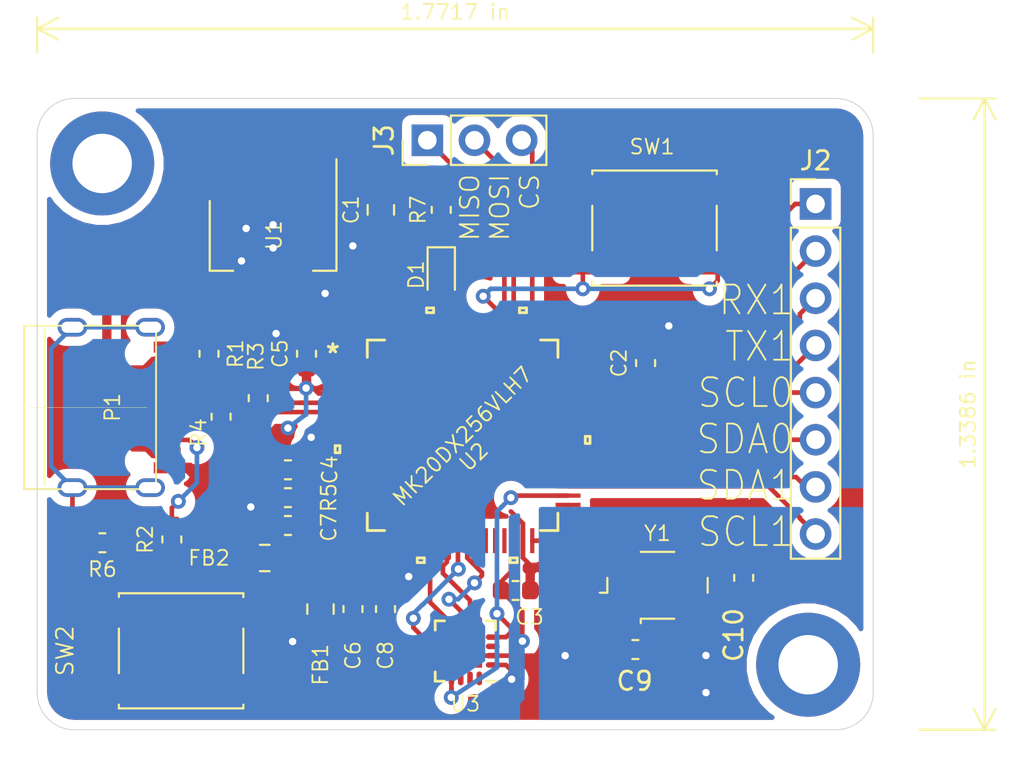
<source format=kicad_pcb>
(kicad_pcb (version 20171130) (host pcbnew "(5.1.2-1)-1")
  (layers (0 F.Cu signal) (31 B.Cu signal) (34 B.Paste user) (35 F.Paste user) (36 B.SilkS user) (37 F.SilkS user) (38 B.Mask user) (39 F.Mask user) (44 Edge.Cuts user))
  (net 0 "")
  (net 1 +3V3)
  (net 2 GND)
  (net 3 "Net-(C6-Pad2)")
  (net 4 "Net-(C6-Pad1)")
  (net 5 "Net-(C7-Pad1)")
  (net 6 "Net-(C8-Pad2)")
  (net 7 "Net-(D1-Pad1)")
  (net 8 VBUS)
  (net 9 "Net-(P1-PadS1)")
  (net 10 "Net-(SW2-Pad1)")
  (net 11 RESET_B)
  (net 12 "Net-(U2-Pad25)")
  (net 13 "Net-(U2-Pad24)")
  (net 14 "Net-(U2-Pad23)")
  (net 15 "Net-(U2-Pad22)")
  (net 16 "Net-(C9-Pad1)")
  (net 17 "Net-(C10-Pad1)")
  (net 18 /D16)
  (net 19 /D17)
  (net 20 /D19)
  (net 21 /D18)
  (net 22 /D0)
  (net 23 /D1)
  (net 24 /D32)
  (net 25 /D25)
  (net 26 /D10)
  (net 27 /D11)
  (net 28 /D12)
  (net 29 /D-)
  (net 30 /D+)
  (net 31 /DM)
  (net 32 /DP)
  (net 33 /D7)
  (net 34 /D28)
  (net 35 /CC1)
  (net 36 /CC2)
  (module USB-C-Power-tester:TYPE-C-31-M-12 (layer F.Cu) (at 17.5 52.5 270)
    (fp_text reference P1 (at 0 -2.15 90) (layer F.SilkS) (effects (font (size 0.8 0.8) (thickness 0.1))))
    (fp_text value USB_C_Plug_USB2.0)
    (pad "" np_thru_hole circle (at 2.9 -3.65 270) (size 0.65 0.65) (drill 0.65) (layers *.Cu *.Mask) (clearance 0.01))
    (pad "" np_thru_hole circle (at -2.9 -3.65 270) (size 0.65 0.65) (drill 0.65) (layers *.Cu *.Mask) (clearance 0.01))
    (pad A1 smd rect (at -3.4 -5.1 270) (size 0.3 1.45) (layers F.Cu F.Paste F.Mask) (net 2 GND))
    (pad A4 smd rect (at -2.6 -5.1 270) (size 0.3 1.45) (layers F.Cu F.Paste F.Mask) (net 8 VBUS))
    (pad B8 smd rect (at -1.75 -5.1 270) (size 0.3 1.45) (layers F.Cu F.Paste F.Mask))
    (pad S1 thru_hole roundrect (at -4.32 0 270) (size 1 1.6) (drill oval 0.6 1.2) (layers *.Cu *.Mask) (roundrect_rratio 0.5) (net 9 "Net-(P1-PadS1)"))
    (pad S1 thru_hole roundrect (at 4.32 0 270) (size 1 1.6) (drill oval 0.6 1.2) (layers *.Cu *.Mask) (roundrect_rratio 0.5) (net 9 "Net-(P1-PadS1)"))
    (pad S1 thru_hole roundrect (at 4.32 -4.18 270) (size 1 1.6) (drill oval 0.6 1.2) (layers *.Cu *.Mask) (roundrect_rratio 0.5) (net 9 "Net-(P1-PadS1)"))
    (pad S1 thru_hole roundrect (at -4.32 -4.18 270) (size 1 1.6) (drill oval 0.6 1.2) (layers *.Cu *.Mask) (roundrect_rratio 0.5) (net 9 "Net-(P1-PadS1)"))
    (pad B12 smd rect (at -3.1 -5.1 270) (size 0.3 1.45) (layers F.Cu F.Paste F.Mask) (net 2 GND))
    (pad B9 smd rect (at -2.3 -5.1 270) (size 0.3 1.45) (layers F.Cu F.Paste F.Mask) (net 8 VBUS))
    (pad A5 smd rect (at -1.25 -5.1 270) (size 0.3 1.45) (layers F.Cu F.Paste F.Mask) (net 35 /CC1))
    (pad B5 smd rect (at 1.75 -5.1 270) (size 0.3 1.45) (layers F.Cu F.Paste F.Mask) (net 36 /CC2))
    (pad A9 smd rect (at 2.6 -5.1 270) (size 0.3 1.45) (layers F.Cu F.Paste F.Mask) (net 8 VBUS))
    (pad A12 smd rect (at 3.4 -5.1 270) (size 0.3 1.45) (layers F.Cu F.Paste F.Mask) (net 2 GND))
    (pad B1 smd rect (at 3.1 -5.1 270) (size 0.3 1.45) (layers F.Cu F.Paste F.Mask) (net 2 GND))
    (pad B4 smd rect (at 2.3 -5.1 270) (size 0.3 1.45) (layers F.Cu F.Paste F.Mask) (net 8 VBUS))
    (pad A8 smd rect (at 1.25 -5.1 270) (size 0.3 1.45) (layers F.Cu F.Paste F.Mask))
    (pad B6 smd rect (at 0.75 -5.1 270) (size 0.3 1.45) (layers F.Cu F.Paste F.Mask) (net 30 /D+))
    (pad A7 smd rect (at 0.25 -5.1 270) (size 0.3 1.45) (layers F.Cu F.Paste F.Mask) (net 29 /D-))
    (pad A6 smd rect (at -0.25 -5.1 270) (size 0.3 1.45) (layers F.Cu F.Paste F.Mask) (net 30 /D+))
    (pad B7 smd rect (at -0.75 -5.1 270) (size 0.3 1.45) (layers F.Cu F.Paste F.Mask) (net 29 /D-))
  )
  (module MountingHole:MountingHole_3.2mm_M3_DIN965_Pad (layer F.Cu) (at 57.1 66.36)
    (fp_text reference H2 hide)
    (fp_text value MountingHole)
    (pad 1 thru_hole circle (at 0 0) (size 5.6 5.6) (drill 3.2) (layers *.Cu *.Mask))
  )
  (module MountingHole:MountingHole_3.2mm_M3_DIN965_Pad (layer F.Cu) (at 19.1 39.36)
    (fp_text reference H1 hide)
    (fp_text value MountingHole)
    (pad 1 thru_hole circle (at 0 0) (size 5.6 5.6) (drill 3.2) (layers *.Cu *.Mask))
  )
  (module footprints:MK20DX256VLH7 (layer F.Cu) (at 38.5 54)
    (fp_text reference U2 (at 0.6 1.16 45) (layer F.SilkS) (effects (font (size 0.8 0.8) (thickness 0.1))))
    (fp_text value MK20DX256VLH7 (at 0 0.06 45) (layer F.SilkS) (effects (font (size 0.8 0.8) (thickness 0.1))))
    (fp_text user * (at -6.985 -4.381) (layer F.SilkS))
    (fp_text user * (at -6.985 -4.381) (layer F.SilkS))
    (fp_text user * (at -6.985 -4.381) (layer F.SilkS))
    (pad 64 smd rect (at -3.75 -5.6769) (size 0.2286 1.3462) (layers F.Cu F.Paste F.Mask))
    (pad 63 smd rect (at -3.250001 -5.6769) (size 0.2286 1.3462) (layers F.Cu F.Paste F.Mask))
    (pad 62 smd rect (at -2.75 -5.6769) (size 0.2286 1.3462) (layers F.Cu F.Paste F.Mask))
    (pad 61 smd rect (at -2.250001 -5.6769) (size 0.2286 1.3462) (layers F.Cu F.Paste F.Mask))
    (pad 60 smd rect (at -1.749999 -5.6769) (size 0.2286 1.3462) (layers F.Cu F.Paste F.Mask))
    (pad 59 smd rect (at -1.25 -5.6769) (size 0.2286 1.3462) (layers F.Cu F.Paste F.Mask) (net 33 /D7))
    (pad 58 smd rect (at -0.750001 -5.6769) (size 0.2286 1.3462) (layers F.Cu F.Paste F.Mask))
    (pad 57 smd rect (at -0.25 -5.6769) (size 0.2286 1.3462) (layers F.Cu F.Paste F.Mask))
    (pad 56 smd rect (at 0.25 -5.6769) (size 0.2286 1.3462) (layers F.Cu F.Paste F.Mask))
    (pad 55 smd rect (at 0.750001 -5.6769) (size 0.2286 1.3462) (layers F.Cu F.Paste F.Mask))
    (pad 54 smd rect (at 1.25 -5.6769) (size 0.2286 1.3462) (layers F.Cu F.Paste F.Mask))
    (pad 53 smd rect (at 1.749999 -5.6769) (size 0.2286 1.3462) (layers F.Cu F.Paste F.Mask) (net 34 /D28))
    (pad 52 smd rect (at 2.250001 -5.6769) (size 0.2286 1.3462) (layers F.Cu F.Paste F.Mask) (net 28 /D12))
    (pad 51 smd rect (at 2.75 -5.6769) (size 0.2286 1.3462) (layers F.Cu F.Paste F.Mask) (net 27 /D11))
    (pad 50 smd rect (at 3.250001 -5.6769) (size 0.2286 1.3462) (layers F.Cu F.Paste F.Mask))
    (pad 49 smd rect (at 3.75 -5.6769) (size 0.2286 1.3462) (layers F.Cu F.Paste F.Mask) (net 26 /D10))
    (pad 48 smd rect (at 5.6769 -3.75 90) (size 0.2286 1.3462) (layers F.Cu F.Paste F.Mask) (net 1 +3V3))
    (pad 47 smd rect (at 5.6769 -3.250001 90) (size 0.2286 1.3462) (layers F.Cu F.Paste F.Mask) (net 2 GND))
    (pad 46 smd rect (at 5.6769 -2.75 90) (size 0.2286 1.3462) (layers F.Cu F.Paste F.Mask))
    (pad 45 smd rect (at 5.6769 -2.250001 90) (size 0.2286 1.3462) (layers F.Cu F.Paste F.Mask))
    (pad 44 smd rect (at 5.6769 -1.749999 90) (size 0.2286 1.3462) (layers F.Cu F.Paste F.Mask))
    (pad 43 smd rect (at 5.6769 -1.25 90) (size 0.2286 1.3462) (layers F.Cu F.Paste F.Mask))
    (pad 42 smd rect (at 5.6769 -0.750001 90) (size 0.2286 1.3462) (layers F.Cu F.Paste F.Mask) (net 25 /D25))
    (pad 41 smd rect (at 5.6769 -0.25 90) (size 0.2286 1.3462) (layers F.Cu F.Paste F.Mask) (net 24 /D32))
    (pad 40 smd rect (at 5.6769 0.25 90) (size 0.2286 1.3462) (layers F.Cu F.Paste F.Mask) (net 23 /D1))
    (pad 39 smd rect (at 5.6769 0.750001 90) (size 0.2286 1.3462) (layers F.Cu F.Paste F.Mask) (net 22 /D0))
    (pad 38 smd rect (at 5.6769 1.25 90) (size 0.2286 1.3462) (layers F.Cu F.Paste F.Mask) (net 21 /D18))
    (pad 37 smd rect (at 5.6769 1.749999 90) (size 0.2286 1.3462) (layers F.Cu F.Paste F.Mask) (net 20 /D19))
    (pad 36 smd rect (at 5.6769 2.250001 90) (size 0.2286 1.3462) (layers F.Cu F.Paste F.Mask) (net 19 /D17))
    (pad 35 smd rect (at 5.6769 2.75 90) (size 0.2286 1.3462) (layers F.Cu F.Paste F.Mask) (net 18 /D16))
    (pad 34 smd rect (at 5.6769 3.250001 90) (size 0.2286 1.3462) (layers F.Cu F.Paste F.Mask) (net 11 RESET_B))
    (pad 33 smd rect (at 5.6769 3.75 90) (size 0.2286 1.3462) (layers F.Cu F.Paste F.Mask) (net 17 "Net-(C10-Pad1)"))
    (pad 32 smd rect (at 3.75 5.6769) (size 0.2286 1.3462) (layers F.Cu F.Paste F.Mask) (net 16 "Net-(C9-Pad1)"))
    (pad 31 smd rect (at 3.250001 5.6769) (size 0.2286 1.3462) (layers F.Cu F.Paste F.Mask) (net 2 GND))
    (pad 30 smd rect (at 2.75 5.6769) (size 0.2286 1.3462) (layers F.Cu F.Paste F.Mask) (net 1 +3V3))
    (pad 29 smd rect (at 2.250001 5.6769) (size 0.2286 1.3462) (layers F.Cu F.Paste F.Mask))
    (pad 28 smd rect (at 1.749999 5.6769) (size 0.2286 1.3462) (layers F.Cu F.Paste F.Mask))
    (pad 27 smd rect (at 1.25 5.6769) (size 0.2286 1.3462) (layers F.Cu F.Paste F.Mask))
    (pad 26 smd rect (at 0.750001 5.6769) (size 0.2286 1.3462) (layers F.Cu F.Paste F.Mask))
    (pad 25 smd rect (at 0.25 5.6769) (size 0.2286 1.3462) (layers F.Cu F.Paste F.Mask) (net 12 "Net-(U2-Pad25)"))
    (pad 24 smd rect (at -0.25 5.6769) (size 0.2286 1.3462) (layers F.Cu F.Paste F.Mask) (net 13 "Net-(U2-Pad24)"))
    (pad 23 smd rect (at -0.750001 5.6769) (size 0.2286 1.3462) (layers F.Cu F.Paste F.Mask) (net 14 "Net-(U2-Pad23)"))
    (pad 22 smd rect (at -1.25 5.6769) (size 0.2286 1.3462) (layers F.Cu F.Paste F.Mask) (net 15 "Net-(U2-Pad22)"))
    (pad 21 smd rect (at -1.749999 5.6769) (size 0.2286 1.3462) (layers F.Cu F.Paste F.Mask) (net 1 +3V3))
    (pad 20 smd rect (at -2.250001 5.6769) (size 0.2286 1.3462) (layers F.Cu F.Paste F.Mask))
    (pad 19 smd rect (at -2.75 5.6769) (size 0.2286 1.3462) (layers F.Cu F.Paste F.Mask))
    (pad 18 smd rect (at -3.250001 5.6769) (size 0.2286 1.3462) (layers F.Cu F.Paste F.Mask))
    (pad 17 smd rect (at -3.75 5.6769) (size 0.2286 1.3462) (layers F.Cu F.Paste F.Mask) (net 6 "Net-(C8-Pad2)"))
    (pad 16 smd rect (at -5.6769 3.75 90) (size 0.2286 1.3462) (layers F.Cu F.Paste F.Mask) (net 3 "Net-(C6-Pad2)"))
    (pad 15 smd rect (at -5.6769 3.250001 90) (size 0.2286 1.3462) (layers F.Cu F.Paste F.Mask) (net 3 "Net-(C6-Pad2)"))
    (pad 14 smd rect (at -5.6769 2.75 90) (size 0.2286 1.3462) (layers F.Cu F.Paste F.Mask) (net 5 "Net-(C7-Pad1)"))
    (pad 13 smd rect (at -5.6769 2.250001 90) (size 0.2286 1.3462) (layers F.Cu F.Paste F.Mask) (net 1 +3V3))
    (pad 12 smd rect (at -5.6769 1.749999 90) (size 0.2286 1.3462) (layers F.Cu F.Paste F.Mask))
    (pad 11 smd rect (at -5.6769 1.25 90) (size 0.2286 1.3462) (layers F.Cu F.Paste F.Mask))
    (pad 10 smd rect (at -5.6769 0.750001 90) (size 0.2286 1.3462) (layers F.Cu F.Paste F.Mask))
    (pad 9 smd rect (at -5.6769 0.25 90) (size 0.2286 1.3462) (layers F.Cu F.Paste F.Mask))
    (pad 8 smd rect (at -5.6769 -0.25 90) (size 0.2286 1.3462) (layers F.Cu F.Paste F.Mask) (net 1 +3V3))
    (pad 7 smd rect (at -5.6769 -0.750001 90) (size 0.2286 1.3462) (layers F.Cu F.Paste F.Mask) (net 1 +3V3))
    (pad 6 smd rect (at -5.6769 -1.25 90) (size 0.2286 1.3462) (layers F.Cu F.Paste F.Mask) (net 31 /DM))
    (pad 5 smd rect (at -5.6769 -1.749999 90) (size 0.2286 1.3462) (layers F.Cu F.Paste F.Mask) (net 32 /DP))
    (pad 4 smd rect (at -5.6769 -2.250001 90) (size 0.2286 1.3462) (layers F.Cu F.Paste F.Mask) (net 2 GND))
    (pad 3 smd rect (at -5.6769 -2.75 90) (size 0.2286 1.3462) (layers F.Cu F.Paste F.Mask) (net 1 +3V3))
    (pad 2 smd rect (at -5.6769 -3.250001 90) (size 0.2286 1.3462) (layers F.Cu F.Paste F.Mask))
    (pad 1 smd rect (at -5.6769 -3.75 90) (size 0.2286 1.3462) (layers F.Cu F.Paste F.Mask))
  )
  (module Connector_PinHeader_2.54mm:PinHeader_1x03_P2.54mm_Vertical (layer F.Cu) (at 36.6 38.11 90)
    (fp_text reference J3 (at 0 -2.33 90) (layer F.SilkS))
    (fp_text value Conn_01x03_Female)
    (pad 3 thru_hole oval (at 0 5.08 90) (size 1.7 1.7) (drill 1) (layers *.Cu *.Mask) (net 26 /D10))
    (pad 2 thru_hole oval (at 0 2.54 90) (size 1.7 1.7) (drill 1) (layers *.Cu *.Mask) (net 27 /D11))
    (pad 1 thru_hole rect (at 0 0 90) (size 1.7 1.7) (drill 1) (layers *.Cu *.Mask) (net 28 /D12))
  )
  (module Connector_PinHeader_2.54mm:PinHeader_1x08_P2.54mm_Vertical (layer F.Cu) (at 57.5 41.54)
    (fp_text reference J2 (at 0 -2.33) (layer F.SilkS))
    (fp_text value Conn_01x08_Female)
    (pad 8 thru_hole oval (at 0 17.78) (size 1.7 1.7) (drill 1) (layers *.Cu *.Mask) (net 18 /D16))
    (pad 7 thru_hole oval (at 0 15.24) (size 1.7 1.7) (drill 1) (layers *.Cu *.Mask) (net 19 /D17))
    (pad 6 thru_hole oval (at 0 12.7) (size 1.7 1.7) (drill 1) (layers *.Cu *.Mask) (net 20 /D19))
    (pad 5 thru_hole oval (at 0 10.16) (size 1.7 1.7) (drill 1) (layers *.Cu *.Mask) (net 21 /D18))
    (pad 4 thru_hole oval (at 0 7.62) (size 1.7 1.7) (drill 1) (layers *.Cu *.Mask) (net 22 /D0))
    (pad 3 thru_hole oval (at 0 5.08) (size 1.7 1.7) (drill 1) (layers *.Cu *.Mask) (net 23 /D1))
    (pad 2 thru_hole oval (at 0 2.54) (size 1.7 1.7) (drill 1) (layers *.Cu *.Mask) (net 24 /D32))
    (pad 1 thru_hole rect (at 0 0) (size 1.7 1.7) (drill 1) (layers *.Cu *.Mask) (net 25 /D25))
  )
  (module Capacitor_SMD:C_0603_1608Metric (layer F.Cu) (at 53.63 61.68 270)
    (fp_text reference C10 (at 3.08 0.54 90) (layer F.SilkS))
    (fp_text value 10pF)
    (pad 2 smd roundrect (at 0.7875 0 270) (size 0.875 0.95) (layers F.Cu F.Paste F.Mask) (net 2 GND))
    (pad 1 smd roundrect (at -0.7875 0 270) (size 0.875 0.95) (layers F.Cu F.Paste F.Mask) (net 17 "Net-(C10-Pad1)"))
  )
  (module Capacitor_SMD:C_0603_1608Metric (layer F.Cu) (at 47.8 65.54)
    (fp_text reference C9 (at -0.04 1.7) (layer F.SilkS))
    (fp_text value 10pF)
    (pad 2 smd roundrect (at 0.7875 0) (size 0.875 0.95) (layers F.Cu F.Paste F.Mask) (net 2 GND))
    (pad 1 smd roundrect (at -0.7875 0) (size 0.875 0.95) (layers F.Cu F.Paste F.Mask) (net 16 "Net-(C9-Pad1)"))
  )
  (module Crystal:Crystal_SMD_Abracon_ABM3B-4Pin_5.0x3.2mm (layer F.Cu) (at 48.99 62.08)
    (fp_text reference Y1 (at 0 -2.8) (layer F.SilkS) (effects (font (size 0.8 0.8) (thickness 0.1))))
    (fp_text value Crystal_GND24)
    (pad 4 smd rect (at -2 -1.2) (size 1.8 1.2) (layers F.Cu F.Paste F.Mask) (net 2 GND))
    (pad 3 smd rect (at 2 -1.2) (size 1.8 1.2) (layers F.Cu F.Paste F.Mask) (net 17 "Net-(C10-Pad1)"))
    (pad 2 smd rect (at 2 1.2) (size 1.8 1.2) (layers F.Cu F.Paste F.Mask) (net 2 GND))
    (pad 1 smd rect (at -2 1.2) (size 1.8 1.2) (layers F.Cu F.Paste F.Mask) (net 16 "Net-(C9-Pad1)"))
  )
  (module Package_DFN_QFN:QFN-16-1EP_3x3mm_P0.5mm_EP1.8x1.8mm (layer F.Cu) (at 38.65 65.62 180)
    (fp_text reference U3 (at 0 -2.85) (layer F.SilkS) (effects (font (size 0.8 0.8) (thickness 0.1))))
    (fp_text value MKL02Z32VFG4)
    (pad 17 smd rect (at 0 0 180) (size 1.8 1.8) (layers F.Cu F.Mask) (net 2 GND))
    (pad 16 smd oval (at -0.75 -1.475 270) (size 0.75 0.3) (layers F.Cu F.Paste F.Mask))
    (pad 15 smd oval (at -0.25 -1.475 270) (size 0.75 0.3) (layers F.Cu F.Paste F.Mask))
    (pad 14 smd oval (at 0.25 -1.475 270) (size 0.75 0.3) (layers F.Cu F.Paste F.Mask))
    (pad 13 smd oval (at 0.75 -1.475 270) (size 0.75 0.3) (layers F.Cu F.Paste F.Mask) (net 11 RESET_B))
    (pad 12 smd oval (at 1.475 -0.75 180) (size 0.75 0.3) (layers F.Cu F.Paste F.Mask))
    (pad 11 smd oval (at 1.475 -0.25 180) (size 0.75 0.3) (layers F.Cu F.Paste F.Mask))
    (pad 10 smd oval (at 1.475 0.25 180) (size 0.75 0.3) (layers F.Cu F.Paste F.Mask) (net 10 "Net-(SW2-Pad1)"))
    (pad 9 smd oval (at 1.475 0.75 180) (size 0.75 0.3) (layers F.Cu F.Paste F.Mask) (net 13 "Net-(U2-Pad24)"))
    (pad 8 smd oval (at 0.75 1.475 270) (size 0.75 0.3) (layers F.Cu F.Paste F.Mask) (net 15 "Net-(U2-Pad22)"))
    (pad 7 smd oval (at 0.25 1.475 270) (size 0.75 0.3) (layers F.Cu F.Paste F.Mask) (net 12 "Net-(U2-Pad25)"))
    (pad 6 smd oval (at -0.25 1.475 270) (size 0.75 0.3) (layers F.Cu F.Paste F.Mask) (net 14 "Net-(U2-Pad23)"))
    (pad 5 smd oval (at -0.75 1.475 270) (size 0.75 0.3) (layers F.Cu F.Paste F.Mask))
    (pad 4 smd oval (at -1.475 0.75 180) (size 0.75 0.3) (layers F.Cu F.Paste F.Mask) (net 11 RESET_B))
    (pad 3 smd oval (at -1.475 0.25 180) (size 0.75 0.3) (layers F.Cu F.Paste F.Mask))
    (pad 2 smd oval (at -1.475 -0.25 180) (size 0.75 0.3) (layers F.Cu F.Paste F.Mask) (net 2 GND))
    (pad 1 smd oval (at -1.475 -0.75 180) (size 0.75 0.3) (layers F.Cu F.Paste F.Mask) (net 1 +3V3))
  )
  (module Package_TO_SOT_SMD:SOT-223-3_TabPin2 (layer F.Cu) (at 28.3 43.23 270)
    (fp_text reference U1 (at 0 -0.05 90) (layer F.SilkS) (effects (font (size 0.8 0.8) (thickness 0.1))))
    (fp_text value AP2114H)
    (pad 1 smd rect (at -3.15 -2.3 270) (size 2 1.5) (layers F.Cu F.Paste F.Mask) (net 2 GND))
    (pad 3 smd rect (at -3.15 2.3 270) (size 2 1.5) (layers F.Cu F.Paste F.Mask) (net 8 VBUS))
    (pad 2 smd rect (at -3.15 0 270) (size 2 1.5) (layers F.Cu F.Paste F.Mask) (net 1 +3V3))
    (pad 2 smd rect (at 3.15 0 270) (size 2 3.8) (layers F.Cu F.Paste F.Mask) (net 1 +3V3))
  )
  (module Button_Switch_SMD:SW_SPST_EVQQ2 (layer F.Cu) (at 23.35 65.61 180)
    (fp_text reference SW2 (at 6.25 0 90) (layer F.SilkS) (effects (font (size 0.9 0.9) (thickness 0.1))))
    (fp_text value SW_Push)
    (pad 2 smd rect (at 3.4 2 180) (size 3.2 1) (layers F.Cu F.Paste F.Mask) (net 2 GND))
    (pad 2 smd rect (at -3.4 2 180) (size 3.2 1) (layers F.Cu F.Paste F.Mask) (net 2 GND))
    (pad 1 smd rect (at -3.4 -2 180) (size 3.2 1) (layers F.Cu F.Paste F.Mask) (net 10 "Net-(SW2-Pad1)"))
    (pad 1 smd rect (at 3.4 -2 180) (size 3.2 1) (layers F.Cu F.Paste F.Mask) (net 10 "Net-(SW2-Pad1)"))
  )
  (module Button_Switch_SMD:SW_SPST_EVQQ2 (layer F.Cu) (at 48.83 42.84 180)
    (fp_text reference SW1 (at 0.13 4.38) (layer F.SilkS) (effects (font (size 0.8 0.8) (thickness 0.1))))
    (fp_text value SW_Push)
    (pad 2 smd rect (at 3.4 2 180) (size 3.2 1) (layers F.Cu F.Paste F.Mask) (net 2 GND))
    (pad 2 smd rect (at -3.4 2 180) (size 3.2 1) (layers F.Cu F.Paste F.Mask) (net 2 GND))
    (pad 1 smd rect (at -3.4 -2 180) (size 3.2 1) (layers F.Cu F.Paste F.Mask) (net 34 /D28))
    (pad 1 smd rect (at 3.4 -2 180) (size 3.2 1) (layers F.Cu F.Paste F.Mask) (net 34 /D28))
  )
  (module Resistor_SMD:R_0603_1608Metric (layer F.Cu) (at 37.35 41.86 90)
    (fp_text reference R7 (at 0 -1.25 90) (layer F.SilkS) (effects (font (size 0.8 0.8) (thickness 0.1))))
    (fp_text value 470R)
    (pad 2 smd roundrect (at 0.7875 0 90) (size 0.875 0.95) (layers F.Cu F.Paste F.Mask) (net 2 GND))
    (pad 1 smd roundrect (at -0.7875 0 90) (size 0.875 0.95) (layers F.Cu F.Paste F.Mask) (net 7 "Net-(D1-Pad1)"))
  )
  (module Resistor_SMD:R_0603_1608Metric (layer F.Cu) (at 19.11 59.79 180)
    (fp_text reference R6 (at 0 -1.43) (layer F.SilkS) (effects (font (size 0.8 0.8) (thickness 0.1))))
    (fp_text value 1M)
    (pad 2 smd roundrect (at 0.7875 0 180) (size 0.875 0.95) (layers F.Cu F.Paste F.Mask) (net 9 "Net-(P1-PadS1)"))
    (pad 1 smd roundrect (at -0.7875 0 180) (size 0.875 0.95) (layers F.Cu F.Paste F.Mask) (net 2 GND))
  )
  (module Resistor_SMD:R_0603_1608Metric (layer F.Cu) (at 29.1 57.36 180)
    (fp_text reference R5 (at -2.2 0 90) (layer F.SilkS) (effects (font (size 0.8 0.8) (thickness 0.1))))
    (fp_text value 470R)
    (pad 2 smd roundrect (at 0.7875 0 180) (size 0.875 0.95) (layers F.Cu F.Paste F.Mask) (net 1 +3V3))
    (pad 1 smd roundrect (at -0.7875 0 180) (size 0.875 0.95) (layers F.Cu F.Paste F.Mask) (net 5 "Net-(C7-Pad1)"))
  )
  (module Resistor_SMD:R_0603_1608Metric (layer F.Cu) (at 25.5 53 90)
    (fp_text reference R4 (at -0.86 -1.2 90) (layer F.SilkS) (effects (font (size 0.8 0.8) (thickness 0.1))))
    (fp_text value 33R)
    (pad 2 smd roundrect (at 0.7875 0 90) (size 0.875 0.95) (layers F.Cu F.Paste F.Mask) (net 30 /D+))
    (pad 1 smd roundrect (at -0.7875 0 90) (size 0.875 0.95) (layers F.Cu F.Paste F.Mask) (net 32 /DP))
  )
  (module Resistor_SMD:R_0603_1608Metric (layer F.Cu) (at 27.5 52 90)
    (fp_text reference R3 (at 2.24 -0.125 90) (layer F.SilkS) (effects (font (size 0.8 0.8) (thickness 0.1))))
    (fp_text value 33R)
    (pad 2 smd roundrect (at 0.7875 0 90) (size 0.875 0.95) (layers F.Cu F.Paste F.Mask) (net 29 /D-))
    (pad 1 smd roundrect (at -0.7875 0 90) (size 0.875 0.95) (layers F.Cu F.Paste F.Mask) (net 31 /DM))
  )
  (module Resistor_SMD:R_0603_1608Metric (layer F.Cu) (at 22.85 59.61 90)
    (fp_text reference R2 (at 0 -1.43 90) (layer F.SilkS) (effects (font (size 0.8 0.8) (thickness 0.1))))
    (fp_text value 5.1k)
    (pad 2 smd roundrect (at 0.7875 0 90) (size 0.875 0.95) (layers F.Cu F.Paste F.Mask) (net 36 /CC2))
    (pad 1 smd roundrect (at -0.7875 0 90) (size 0.875 0.95) (layers F.Cu F.Paste F.Mask) (net 2 GND))
  )
  (module Resistor_SMD:R_0603_1608Metric (layer F.Cu) (at 24.85 49.61 270)
    (fp_text reference R1 (at 0 -1.43 90) (layer F.SilkS) (effects (font (size 0.8 0.8) (thickness 0.1))))
    (fp_text value 5.1k)
    (pad 2 smd roundrect (at 0.7875 0 270) (size 0.875 0.95) (layers F.Cu F.Paste F.Mask) (net 35 /CC1))
    (pad 1 smd roundrect (at -0.7875 0 270) (size 0.875 0.95) (layers F.Cu F.Paste F.Mask) (net 2 GND))
  )
  (module Resistor_SMD:R_0805_2012Metric (layer F.Cu) (at 27.85 60.61 180)
    (fp_text reference FB2 (at 3 0) (layer F.SilkS) (effects (font (size 0.8 0.8) (thickness 0.1))))
    (fp_text value Ferrite_Bead_Small)
    (pad 2 smd roundrect (at 0.9375 0 180) (size 0.975 1.4) (layers F.Cu F.Paste F.Mask) (net 2 GND))
    (pad 1 smd roundrect (at -0.9375 0 180) (size 0.975 1.4) (layers F.Cu F.Paste F.Mask) (net 3 "Net-(C6-Pad2)"))
  )
  (module Resistor_SMD:R_0805_2012Metric (layer F.Cu) (at 30.85 63.36 90)
    (fp_text reference FB1 (at -3 0 90) (layer F.SilkS) (effects (font (size 0.8 0.8) (thickness 0.1))))
    (fp_text value Ferrite_Bead_Small)
    (pad 2 smd roundrect (at 0.9375 0 90) (size 0.975 1.4) (layers F.Cu F.Paste F.Mask) (net 4 "Net-(C6-Pad1)"))
    (pad 1 smd roundrect (at -0.9375 0 90) (size 0.975 1.4) (layers F.Cu F.Paste F.Mask) (net 1 +3V3))
  )
  (module LED_SMD:LED_0603_1608Metric (layer F.Cu) (at 37.35 45.36 270)
    (fp_text reference D1 (at 0 1.35 90) (layer F.SilkS) (effects (font (size 0.8 0.8) (thickness 0.1))))
    (fp_text value LED_Small)
    (pad 2 smd roundrect (at 0.7875 0 270) (size 0.875 0.95) (layers F.Cu F.Paste F.Mask) (net 33 /D7))
    (pad 1 smd roundrect (at -0.7875 0 270) (size 0.875 0.95) (layers F.Cu F.Paste F.Mask) (net 7 "Net-(D1-Pad1)"))
  )
  (module Capacitor_SMD:C_0603_1608Metric (layer F.Cu) (at 34.35 63.36 90)
    (fp_text reference C8 (at -2.5 0 90) (layer F.SilkS) (effects (font (size 0.8 0.8) (thickness 0.1))))
    (fp_text value 0.1uF)
    (pad 2 smd roundrect (at 0.7875 0 90) (size 0.875 0.95) (layers F.Cu F.Paste F.Mask) (net 6 "Net-(C8-Pad2)"))
    (pad 1 smd roundrect (at -0.7875 0 90) (size 0.875 0.95) (layers F.Cu F.Paste F.Mask) (net 3 "Net-(C6-Pad2)"))
  )
  (module Capacitor_SMD:C_0603_1608Metric (layer F.Cu) (at 29.1 58.86)
    (fp_text reference C7 (at 2.2 0.1 90) (layer F.SilkS) (effects (font (size 0.8 0.8) (thickness 0.1))))
    (fp_text value 0.1uF)
    (pad 2 smd roundrect (at 0.7875 0) (size 0.875 0.95) (layers F.Cu F.Paste F.Mask) (net 3 "Net-(C6-Pad2)"))
    (pad 1 smd roundrect (at -0.7875 0) (size 0.875 0.95) (layers F.Cu F.Paste F.Mask) (net 5 "Net-(C7-Pad1)"))
  )
  (module Resistor_SMD:R_0603_1608Metric (layer F.Cu) (at 32.6 63.36 270)
    (fp_text reference C6 (at 2.5 0 90) (layer F.SilkS) (effects (font (size 0.8 0.8) (thickness 0.1))))
    (fp_text value 2.2uF)
    (pad 2 smd roundrect (at 0.7875 0 270) (size 0.875 0.95) (layers F.Cu F.Paste F.Mask) (net 3 "Net-(C6-Pad2)"))
    (pad 1 smd roundrect (at -0.7875 0 270) (size 0.875 0.95) (layers F.Cu F.Paste F.Mask) (net 4 "Net-(C6-Pad1)"))
  )
  (module Capacitor_SMD:C_0603_1608Metric (layer F.Cu) (at 30.1 49.61 90)
    (fp_text reference C5 (at 0 -1.43 90) (layer F.SilkS) (effects (font (size 0.8 0.8) (thickness 0.1))))
    (fp_text value 0.1uF)
    (pad 2 smd roundrect (at 0.7875 0 90) (size 0.875 0.95) (layers F.Cu F.Paste F.Mask) (net 1 +3V3))
    (pad 1 smd roundrect (at -0.7875 0 90) (size 0.875 0.95) (layers F.Cu F.Paste F.Mask) (net 2 GND))
  )
  (module Capacitor_SMD:C_0603_1608Metric (layer F.Cu) (at 29.1 55.86)
    (fp_text reference C4 (at 2.25 0 90) (layer F.SilkS) (effects (font (size 0.8 0.8) (thickness 0.1))))
    (fp_text value 0.1uF)
    (pad 2 smd roundrect (at 0.7875 0) (size 0.875 0.95) (layers F.Cu F.Paste F.Mask) (net 1 +3V3))
    (pad 1 smd roundrect (at -0.7875 0) (size 0.875 0.95) (layers F.Cu F.Paste F.Mask) (net 2 GND))
  )
  (module Capacitor_SMD:C_0603_1608Metric (layer F.Cu) (at 41.35 62.36 180)
    (fp_text reference C3 (at -0.75 -1.43) (layer F.SilkS) (effects (font (size 0.8 0.8) (thickness 0.1))))
    (fp_text value 0.1uF)
    (pad 2 smd roundrect (at 0.7875 0 180) (size 0.875 0.95) (layers F.Cu F.Paste F.Mask) (net 1 +3V3))
    (pad 1 smd roundrect (at -0.7875 0 180) (size 0.875 0.95) (layers F.Cu F.Paste F.Mask) (net 2 GND))
  )
  (module Capacitor_SMD:C_0603_1608Metric (layer F.Cu) (at 48.35 50.11 90)
    (fp_text reference C2 (at 0 -1.43 90) (layer F.SilkS) (effects (font (size 0.8 0.8) (thickness 0.1))))
    (fp_text value 0.1uF)
    (pad 2 smd roundrect (at 0.7875 0 90) (size 0.875 0.95) (layers F.Cu F.Paste F.Mask) (net 1 +3V3))
    (pad 1 smd roundrect (at -0.7875 0 90) (size 0.875 0.95) (layers F.Cu F.Paste F.Mask) (net 2 GND))
  )
  (module Capacitor_SMD:C_0805_2012Metric (layer F.Cu) (at 34.1 41.86 270)
    (fp_text reference C1 (at 0 1.6 90) (layer F.SilkS) (effects (font (size 0.8 0.8) (thickness 0.1))))
    (fp_text value 10uF)
    (pad 2 smd roundrect (at 0.9375 0 270) (size 0.975 1.4) (layers F.Cu F.Paste F.Mask) (net 1 +3V3))
    (pad 1 smd roundrect (at -0.9375 0 270) (size 0.975 1.4) (layers F.Cu F.Paste F.Mask) (net 2 GND))
  )
  (dimension 34 (width 0.12) (layer F.SilkS) (gr_text "34.000 mm" (at 67.62 52.86 270) (layer F.SilkS) (effects (font (size 0.8 0.8) (thickness 0.1)))) (feature1 (pts (xy 63.1 69.86) (xy 67.186421 69.86))) (feature2 (pts (xy 63.1 35.86) (xy 67.186421 35.86))) (crossbar (pts (xy 66.6 35.86) (xy 66.6 69.86))) (arrow1a (pts (xy 66.6 69.86) (xy 66.013579 68.733496))) (arrow1b (pts (xy 66.6 69.86) (xy 67.186421 68.733496))) (arrow2a (pts (xy 66.6 35.86) (xy 66.013579 36.986504))) (arrow2b (pts (xy 66.6 35.86) (xy 67.186421 36.986504))))
  (dimension 45 (width 0.12) (layer F.SilkS) (gr_text "45.000 mm" (at 38.1 31.078847) (layer F.SilkS) (effects (font (size 0.8 0.8) (thickness 0.1)))) (feature1 (pts (xy 15.6 33.36) (xy 15.6 31.512426))) (feature2 (pts (xy 60.6 33.36) (xy 60.6 31.512426))) (crossbar (pts (xy 60.6 32.098847) (xy 15.6 32.098847))) (arrow1a (pts (xy 15.6 32.098847) (xy 16.726504 31.512426))) (arrow1b (pts (xy 15.6 32.098847) (xy 16.726504 32.685268))) (arrow2a (pts (xy 60.6 32.098847) (xy 59.473496 31.512426))) (arrow2b (pts (xy 60.6 32.098847) (xy 59.473496 32.685268))))
  (gr_text "MISO\nMOSI\nCS" (at 40.5 39.86 90) (layer F.SilkS) (effects (font (size 1 1) (thickness 0.1)) (justify right)))
  (gr_text "RX1\nTX1\nSCL0\nSDA0\nSDA1\nSCL1" (at 56.4 52.96) (layer F.SilkS) (effects (font (size 1.55 1.4) (thickness 0.1)) (justify right)))
  (gr_arc (start 17.6 37.86) (end 17.6 35.86) (angle -90) (layer Edge.Cuts) (width 0.05))
  (gr_arc (start 58.6 37.86) (end 60.6 37.86) (angle -90) (layer Edge.Cuts) (width 0.05))
  (gr_arc (start 58.6 67.86) (end 58.6 69.86) (angle -90) (layer Edge.Cuts) (width 0.05))
  (gr_line (start 17.6 69.86) (end 58.6 69.86) (layer Edge.Cuts) (width 0.05))
  (gr_arc (start 17.6 67.86) (end 15.6 67.86) (angle -90) (layer Edge.Cuts) (width 0.05))
  (gr_line (start 60.6 37.86) (end 60.6 67.86) (layer Edge.Cuts) (width 0.05))
  (gr_line (start 17.6 35.86) (end 58.6 35.86) (layer Edge.Cuts) (width 0.05))
  (gr_line (start 15.6 67.86) (end 15.6 37.86) (layer Edge.Cuts) (width 0.05))
  (segment (start 28.3 40.08) (end 28.3 41.33) (width 0.25) (layer F.Cu) (net 1))
  (via (at 28.3 43.91) (size 0.8) (drill 0.4) (layers F.Cu B.Cu) (net 1))
  (segment (start 28.3 44.06) (end 28.3 43.91) (width 0.25) (layer F.Cu) (net 1))
  (segment (start 28.3 44.06) (end 28.3 46.38) (width 0.25) (layer F.Cu) (net 1))
  (segment (start 31.08 46.38) (end 31.1 46.36) (width 0.25) (layer F.Cu) (net 1))
  (via (at 31.1 46.36) (size 0.8) (drill 0.4) (layers F.Cu B.Cu) (net 1))
  (segment (start 28.3 46.38) (end 31.08 46.38) (width 0.25) (layer F.Cu) (net 1))
  (segment (start 28.3 46.31) (end 27.35 45.36) (width 0.25) (layer F.Cu) (net 1))
  (segment (start 28.3 46.38) (end 28.3 46.31) (width 0.25) (layer F.Cu) (net 1))
  (via (at 26.6 44.61) (size 0.8) (drill 0.4) (layers F.Cu B.Cu) (net 1))
  (segment (start 27.35 45.36) (end 26.6 44.61) (width 0.25) (layer F.Cu) (net 1))
  (segment (start 28.3 41.33) (end 28.3 42.66) (width 0.25) (layer F.Cu) (net 1))
  (via (at 28.3 42.66) (size 0.8) (drill 0.4) (layers F.Cu B.Cu) (net 1))
  (segment (start 28.3 42.91) (end 28.3 42.66) (width 0.25) (layer F.Cu) (net 1))
  (segment (start 28.3 42.91) (end 28.3 43.91) (width 0.25) (layer F.Cu) (net 1))
  (segment (start 27.27 42.36) (end 28.3 41.33) (width 0.25) (layer F.Cu) (net 1))
  (segment (start 26.85 42.86) (end 27.27 42.36) (width 0.25) (layer F.Cu) (net 1))
  (via (at 26.85 42.86) (size 0.8) (drill 0.4) (layers F.Cu B.Cu) (net 1))
  (via (at 35.6 61.61) (size 0.8) (drill 0.4) (layers F.Cu B.Cu) (net 1))
  (segment (start 36.750001 60.459999) (end 35.6 61.61) (width 0.25) (layer F.Cu) (net 1))
  (segment (start 36.750001 59.6769) (end 36.750001 60.459999) (width 0.25) (layer F.Cu) (net 1))
  (segment (start 40.5625 61.8975) (end 40.5625 62.36) (width 0.25) (layer F.Cu) (net 1))
  (segment (start 41.1 61.36) (end 40.5625 61.8975) (width 0.25) (layer F.Cu) (net 1))
  (segment (start 41.1 60.75) (end 41.1 61.36) (width 0.25) (layer F.Cu) (net 1))
  (segment (start 41.25 60.6) (end 41.1 60.75) (width 0.25) (layer F.Cu) (net 1))
  (segment (start 41.25 59.6769) (end 41.25 60.6) (width 0.25) (layer F.Cu) (net 1))
  (segment (start 47.3875 49.3225) (end 48.35 49.3225) (width 0.25) (layer F.Cu) (net 1))
  (segment (start 46.46 50.25) (end 47.3875 49.3225) (width 0.25) (layer F.Cu) (net 1))
  (segment (start 44.1769 50.25) (end 46.46 50.25) (width 0.25) (layer F.Cu) (net 1))
  (via (at 49.6 48.11) (size 0.8) (drill 0.4) (layers F.Cu B.Cu) (net 1))
  (segment (start 48.3875 49.3225) (end 49.6 48.11) (width 0.25) (layer F.Cu) (net 1))
  (segment (start 48.35 49.3225) (end 48.3875 49.3225) (width 0.25) (layer F.Cu) (net 1))
  (via (at 29.35 65.11) (size 0.8) (drill 0.4) (layers F.Cu B.Cu) (net 1))
  (segment (start 30.1625 64.2975) (end 29.35 65.11) (width 0.25) (layer F.Cu) (net 1))
  (segment (start 30.85 64.2975) (end 30.1625 64.2975) (width 0.25) (layer F.Cu) (net 1))
  (segment (start 31.9 51.25) (end 31.4 50.75) (width 0.25) (layer F.Cu) (net 1))
  (segment (start 32.8231 51.25) (end 31.9 51.25) (width 0.25) (layer F.Cu) (net 1))
  (segment (start 31.1575 49.88) (end 30.1 48.8225) (width 0.25) (layer F.Cu) (net 1))
  (segment (start 31.1575 49.9875) (end 31.4 50.23) (width 0.25) (layer F.Cu) (net 1))
  (segment (start 31.1575 49.88) (end 31.1575 49.9875) (width 0.25) (layer F.Cu) (net 1))
  (segment (start 31.4 50.75) (end 31.4 50.23) (width 0.25) (layer F.Cu) (net 1))
  (segment (start 29.4925 48.8225) (end 29.525 48.8225) (width 0.25) (layer F.Cu) (net 1))
  (segment (start 29.525 48.8225) (end 30.1 48.8225) (width 0.25) (layer F.Cu) (net 1))
  (segment (start 28.3 46.38) (end 28.3 47.63) (width 0.25) (layer F.Cu) (net 1))
  (via (at 28.46 48.52) (size 0.8) (drill 0.4) (layers F.Cu B.Cu) (net 1))
  (segment (start 28.3 47.63) (end 28.825 48.155) (width 0.25) (layer F.Cu) (net 1))
  (segment (start 28.825 48.155) (end 28.46 48.52) (width 0.25) (layer F.Cu) (net 1))
  (segment (start 28.825 48.155) (end 29.4925 48.8225) (width 0.25) (layer F.Cu) (net 1))
  (segment (start 34.1 44.5725) (end 34.1 42.7975) (width 0.25) (layer F.Cu) (net 1))
  (via (at 32.59 43.8) (size 0.8) (drill 0.4) (layers F.Cu B.Cu) (net 1))
  (segment (start 33.3625 44.5725) (end 32.59 43.8) (width 0.25) (layer F.Cu) (net 1))
  (segment (start 34.1 44.5725) (end 33.3625 44.5725) (width 0.25) (layer F.Cu) (net 1))
  (via (at 41.72 65.09) (size 0.8) (drill 0.4) (layers F.Cu B.Cu) (net 1))
  (segment (start 41.71625 65.08625) (end 41.72 65.09) (width 0.25) (layer F.Cu) (net 1))
  (segment (start 41.71625 63.51375) (end 41.71625 65.08625) (width 0.25) (layer F.Cu) (net 1))
  (segment (start 40.5625 62.36) (end 41.71625 63.51375) (width 0.25) (layer F.Cu) (net 1))
  (segment (start 40.829998 66.37) (end 40.125 66.37) (width 0.25) (layer F.Cu) (net 1))
  (segment (start 41.139999 66.680001) (end 40.829998 66.37) (width 0.25) (layer F.Cu) (net 1))
  (via (at 41.139999 67.139999) (size 0.8) (drill 0.4) (layers F.Cu B.Cu) (net 1))
  (segment (start 41.139999 67.139999) (end 41.139999 66.680001) (width 0.25) (layer F.Cu) (net 1))
  (segment (start 41.72 65.09) (end 41.72 67.125683) (width 0.25) (layer B.Cu) (net 1))
  (segment (start 41.705684 67.139999) (end 41.72 67.125683) (width 0.25) (layer B.Cu) (net 1))
  (segment (start 41.139999 67.139999) (end 41.705684 67.139999) (width 0.25) (layer B.Cu) (net 1))
  (segment (start 41.705684 67.139999) (end 41.705684 68.184316) (width 0.25) (layer B.Cu) (net 1))
  (segment (start 41.705684 68.184316) (end 41.22 68.67) (width 0.25) (layer B.Cu) (net 1))
  (segment (start 28.3125 57.36) (end 27.1 57.86) (width 0.25) (layer F.Cu) (net 1))
  (via (at 27.1 57.86) (size 0.8) (drill 0.4) (layers F.Cu B.Cu) (net 1))
  (segment (start 32.8231 53.75) (end 31.19 53.75) (width 0.25) (layer F.Cu) (net 1))
  (segment (start 31.19 53.75) (end 30.925 53.485) (width 0.25) (layer F.Cu) (net 1))
  (segment (start 31.160001 53.249999) (end 32.8231 53.249999) (width 0.25) (layer F.Cu) (net 1))
  (segment (start 30.925 53.485) (end 31.160001 53.249999) (width 0.25) (layer F.Cu) (net 1))
  (via (at 30.35 54.11) (size 0.8) (drill 0.4) (layers F.Cu B.Cu) (net 1))
  (segment (start 30.925 53.535) (end 30.35 54.11) (width 0.25) (layer F.Cu) (net 1))
  (segment (start 30.925 53.485) (end 30.925 53.535) (width 0.25) (layer F.Cu) (net 1))
  (segment (start 29.8875 54.5725) (end 30.35 54.11) (width 0.25) (layer F.Cu) (net 1))
  (segment (start 29.8875 55.86) (end 29.8875 54.5725) (width 0.25) (layer F.Cu) (net 1))
  (segment (start 30.277501 56.250001) (end 29.8875 55.86) (width 0.25) (layer F.Cu) (net 1))
  (segment (start 32.8231 56.250001) (end 30.277501 56.250001) (width 0.25) (layer F.Cu) (net 1))
  (segment (start 24.5725 49.1) (end 24.85 48.8225) (width 0.25) (layer F.Cu) (net 2))
  (segment (start 22.6 49.1) (end 24.5725 49.1) (width 0.25) (layer F.Cu) (net 2))
  (segment (start 24.2725 49.4) (end 24.85 48.8225) (width 0.25) (layer F.Cu) (net 2))
  (segment (start 22.6 49.4) (end 24.2725 49.4) (width 0.25) (layer F.Cu) (net 2))
  (segment (start 23.85 55.61) (end 23.84 55.6) (width 0.25) (layer F.Cu) (net 2))
  (segment (start 23.85 56.11) (end 23.85 55.61) (width 0.25) (layer F.Cu) (net 2))
  (segment (start 23.64 55.9) (end 23.85 56.11) (width 0.25) (layer F.Cu) (net 2))
  (segment (start 22.6 55.9) (end 23.64 55.9) (width 0.25) (layer F.Cu) (net 2))
  (segment (start 23.61 55.87) (end 23.64 55.9) (width 0.25) (layer F.Cu) (net 2))
  (segment (start 23.61 55.6) (end 23.61 55.87) (width 0.25) (layer F.Cu) (net 2))
  (segment (start 23.84 55.6) (end 23.61 55.6) (width 0.25) (layer F.Cu) (net 2))
  (segment (start 23.61 55.6) (end 22.6 55.6) (width 0.25) (layer F.Cu) (net 2))
  (segment (start 42.1375 60.987499) (end 42.1375 62.36) (width 0.25) (layer F.Cu) (net 2))
  (segment (start 41.750001 60.6) (end 42.1375 60.987499) (width 0.25) (layer F.Cu) (net 2))
  (segment (start 41.750001 59.6769) (end 41.750001 60.6) (width 0.25) (layer F.Cu) (net 2))
  (segment (start 44.1769 50.749999) (end 47.239999 50.749999) (width 0.25) (layer F.Cu) (net 2))
  (segment (start 47.3875 50.8975) (end 48.35 50.8975) (width 0.25) (layer F.Cu) (net 2))
  (segment (start 47.239999 50.749999) (end 47.3875 50.8975) (width 0.25) (layer F.Cu) (net 2))
  (segment (start 44.1769 50.749999) (end 42.710001 50.749999) (width 0.25) (layer F.Cu) (net 2))
  (segment (start 41.750001 58.7538) (end 41.1 58.103799) (width 0.25) (layer F.Cu) (net 2))
  (segment (start 41.750001 59.6769) (end 41.750001 58.7538) (width 0.25) (layer F.Cu) (net 2))
  (segment (start 30.749999 51.749999) (end 30.1 51.1) (width 0.25) (layer F.Cu) (net 2))
  (segment (start 30.1 51.1) (end 30.1 50.3975) (width 0.25) (layer F.Cu) (net 2))
  (segment (start 32.8231 51.749999) (end 30.749999 51.749999) (width 0.25) (layer F.Cu) (net 2))
  (segment (start 32.8231 51.749999) (end 34.420001 51.749999) (width 0.25) (layer F.Cu) (net 2))
  (via (at 51.6 65.86) (size 0.8) (drill 0.4) (layers F.Cu B.Cu) (net 2))
  (segment (start 50.99 65.25) (end 51.6 65.86) (width 0.25) (layer F.Cu) (net 2))
  (segment (start 50.99 63.28) (end 50.99 65.25) (width 0.25) (layer F.Cu) (net 2))
  (via (at 51.6 67.86) (size 0.8) (drill 0.4) (layers F.Cu B.Cu) (net 2))
  (segment (start 51.6 65.86) (end 51.6 67.86) (width 0.25) (layer F.Cu) (net 2))
  (segment (start 38.9 65.87) (end 38.65 65.62) (width 0.25) (layer F.Cu) (net 2))
  (segment (start 40.125 65.87) (end 38.9 65.87) (width 0.25) (layer F.Cu) (net 2))
  (segment (start 40.125 65.87) (end 44.02 65.87) (width 0.25) (layer F.Cu) (net 2))
  (via (at 44.02 65.87) (size 0.8) (drill 0.4) (layers F.Cu B.Cu) (net 2))
  (segment (start 53.63 62.4675) (end 54.6825 62.4675) (width 0.25) (layer F.Cu) (net 2))
  (segment (start 52.2925 62.4675) (end 53.63 62.4675) (width 0.25) (layer F.Cu) (net 2))
  (segment (start 51.48 63.28) (end 52.2925 62.4675) (width 0.25) (layer F.Cu) (net 2))
  (segment (start 50.99 63.28) (end 51.48 63.28) (width 0.25) (layer F.Cu) (net 2))
  (segment (start 53.055 62.4675) (end 52.3525 63.17) (width 0.25) (layer F.Cu) (net 2))
  (segment (start 53.63 62.4675) (end 53.055 62.4675) (width 0.25) (layer F.Cu) (net 2))
  (via (at 30.075 51.46) (size 0.8) (drill 0.4) (layers F.Cu B.Cu) (net 2))
  (segment (start 30.1 51.435) (end 30.075 51.46) (width 0.25) (layer F.Cu) (net 2))
  (segment (start 30.1 50.3975) (end 30.1 51.435) (width 0.25) (layer F.Cu) (net 2))
  (segment (start 30.075 52.885) (end 30.075 51.46) (width 0.25) (layer B.Cu) (net 2))
  (segment (start 30.075 52.86) (end 30.075 52.885) (width 0.25) (layer B.Cu) (net 2))
  (segment (start 29.1 53.61) (end 30.075 52.86) (width 0.25) (layer B.Cu) (net 2))
  (via (at 29.1 53.61) (size 0.8) (drill 0.4) (layers F.Cu B.Cu) (net 2))
  (segment (start 32.8231 57.250001) (end 31.497499 57.250001) (width 0.25) (layer F.Cu) (net 3))
  (segment (start 31.9 57.75) (end 31.89625 57.75375) (width 0.25) (layer F.Cu) (net 3))
  (segment (start 31.89625 57.75375) (end 30.99375 57.75375) (width 0.25) (layer F.Cu) (net 3))
  (segment (start 32.8231 57.75) (end 31.9 57.75) (width 0.25) (layer F.Cu) (net 3))
  (segment (start 30.99375 57.75375) (end 29.8875 58.86) (width 0.25) (layer F.Cu) (net 3))
  (segment (start 31.497499 57.250001) (end 30.99375 57.75375) (width 0.25) (layer F.Cu) (net 3))
  (segment (start 29.8875 59.51) (end 28.7875 60.61) (width 0.25) (layer F.Cu) (net 3))
  (segment (start 29.8875 58.86) (end 29.8875 59.51) (width 0.25) (layer F.Cu) (net 3))
  (segment (start 34.35 64.1475) (end 32.6 64.1475) (width 0.25) (layer F.Cu) (net 3))
  (segment (start 28.7875 61.7975) (end 28.7875 60.61) (width 0.25) (layer F.Cu) (net 3))
  (segment (start 32.6 64.1475) (end 31.8125 63.36) (width 0.25) (layer F.Cu) (net 3))
  (segment (start 29.6 62.67685) (end 29.6 62.61) (width 0.25) (layer F.Cu) (net 3))
  (segment (start 30.28315 63.36) (end 29.6 62.67685) (width 0.25) (layer F.Cu) (net 3))
  (segment (start 31.8125 63.36) (end 30.28315 63.36) (width 0.25) (layer F.Cu) (net 3))
  (segment (start 29.6 62.61) (end 28.7875 61.7975) (width 0.25) (layer F.Cu) (net 3))
  (segment (start 31 62.5725) (end 30.85 62.4225) (width 0.25) (layer F.Cu) (net 4))
  (segment (start 32.6 62.5725) (end 31 62.5725) (width 0.25) (layer F.Cu) (net 4))
  (segment (start 32.8231 56.75) (end 30.4975 56.75) (width 0.25) (layer F.Cu) (net 5))
  (segment (start 30.4975 56.75) (end 29.8875 57.36) (width 0.25) (layer F.Cu) (net 5))
  (segment (start 29.8125 57.36) (end 28.3125 58.86) (width 0.25) (layer F.Cu) (net 5))
  (segment (start 29.8875 57.36) (end 29.8125 57.36) (width 0.25) (layer F.Cu) (net 5))
  (segment (start 34.75 62.1725) (end 34.35 62.5725) (width 0.25) (layer F.Cu) (net 6))
  (segment (start 34.75 59.6769) (end 34.75 62.1725) (width 0.25) (layer F.Cu) (net 6))
  (segment (start 37.35 44.5725) (end 37.35 42.6475) (width 0.25) (layer F.Cu) (net 7))
  (segment (start 22.6 50.2) (end 21.625 50.2) (width 0.25) (layer F.Cu) (net 8))
  (segment (start 22.6 54.8) (end 21.625 54.8) (width 0.25) (layer F.Cu) (net 8))
  (segment (start 19.35 50.11) (end 19.35 53.36) (width 0.5) (layer F.Cu) (net 8))
  (segment (start 26 40.08) (end 26 40.09) (width 0.25) (layer F.Cu) (net 8))
  (segment (start 26 40.09) (end 19.45 46.64) (width 0.5) (layer F.Cu) (net 8))
  (segment (start 19.45 46.64) (end 19.35 46.64) (width 0.5) (layer F.Cu) (net 8))
  (segment (start 19.35 46.64) (end 19.35 50.11) (width 0.5) (layer F.Cu) (net 8))
  (segment (start 20.739999 54.749999) (end 19.35 53.36) (width 0.25) (layer F.Cu) (net 8))
  (segment (start 21.625 54.8) (end 21.574999 54.749999) (width 0.25) (layer F.Cu) (net 8))
  (segment (start 22.025 55.1) (end 22.015 55.11) (width 0.25) (layer F.Cu) (net 8))
  (segment (start 22.6 55.1) (end 22.025 55.1) (width 0.25) (layer F.Cu) (net 8))
  (segment (start 21.822002 55.11) (end 21.462001 54.749999) (width 0.25) (layer F.Cu) (net 8))
  (segment (start 21.239999 54.749999) (end 20.739999 54.749999) (width 0.25) (layer F.Cu) (net 8))
  (segment (start 21.462001 54.749999) (end 21.239999 54.749999) (width 0.25) (layer F.Cu) (net 8))
  (segment (start 22.015 55.11) (end 21.822002 55.11) (width 0.25) (layer F.Cu) (net 8))
  (segment (start 21.574999 54.749999) (end 21.239999 54.749999) (width 0.25) (layer F.Cu) (net 8))
  (segment (start 21.462001 54.749999) (end 21.462001 54.722001) (width 0.25) (layer F.Cu) (net 8))
  (segment (start 21.462001 54.722001) (end 21.35 54.61) (width 0.25) (layer F.Cu) (net 8))
  (segment (start 21.35 54.61) (end 20.85 54.61) (width 0.25) (layer F.Cu) (net 8))
  (segment (start 20.85 54.61) (end 19.6 53.36) (width 0.25) (layer F.Cu) (net 8))
  (segment (start 21.625 50.2) (end 21.465 50.36) (width 0.25) (layer F.Cu) (net 8))
  (segment (start 19.6 50.36) (end 19.35 50.11) (width 0.25) (layer F.Cu) (net 8))
  (segment (start 21.465 50.36) (end 19.6 50.36) (width 0.25) (layer F.Cu) (net 8))
  (segment (start 22.6 49.9) (end 21.81 49.9) (width 0.25) (layer F.Cu) (net 8))
  (segment (start 21.81 49.9) (end 21.1 50.61) (width 0.25) (layer F.Cu) (net 8))
  (segment (start 21.625 50.2) (end 21.625 50.335) (width 0.25) (layer F.Cu) (net 8))
  (segment (start 21.35 50.61) (end 20.85 50.61) (width 0.25) (layer F.Cu) (net 8))
  (segment (start 21.625 50.335) (end 21.35 50.61) (width 0.25) (layer F.Cu) (net 8))
  (segment (start 20.85 50.61) (end 19.6 50.61) (width 0.25) (layer F.Cu) (net 8))
  (segment (start 21.1 50.61) (end 20.85 50.61) (width 0.25) (layer F.Cu) (net 8))
  (segment (start 17.5 58.9675) (end 17.5 56.82) (width 0.25) (layer F.Cu) (net 9))
  (segment (start 18.3225 59.79) (end 17.5 58.9675) (width 0.25) (layer F.Cu) (net 9))
  (segment (start 17.5 48.18) (end 21.68 48.18) (width 0.25) (layer B.Cu) (net 9))
  (segment (start 17.5 56.82) (end 21.68 56.82) (width 0.25) (layer B.Cu) (net 9))
  (segment (start 17.5 48.18) (end 16.35 49.33) (width 0.25) (layer B.Cu) (net 9))
  (segment (start 16.35 55.67) (end 17.5 56.82) (width 0.25) (layer B.Cu) (net 9))
  (segment (start 16.35 49.33) (end 16.35 55.67) (width 0.25) (layer B.Cu) (net 9))
  (segment (start 36.55 65.37) (end 34.31 67.61) (width 0.25) (layer F.Cu) (net 10))
  (segment (start 37.175 65.37) (end 36.55 65.37) (width 0.25) (layer F.Cu) (net 10))
  (segment (start 34.31 67.61) (end 26.75 67.61) (width 0.25) (layer F.Cu) (net 10))
  (segment (start 26.75 67.61) (end 19.95 67.61) (width 0.25) (layer F.Cu) (net 10))
  (segment (start 41.1 57.36) (end 40.6 57.86) (width 0.25) (layer B.Cu) (net 11))
  (segment (start 40.35 58.11) (end 40.35 63.61) (width 0.25) (layer B.Cu) (net 11))
  (via (at 40.35 63.61) (size 0.8) (drill 0.4) (layers F.Cu B.Cu) (net 11))
  (segment (start 40.6 57.86) (end 40.35 58.11) (width 0.25) (layer B.Cu) (net 11))
  (segment (start 41.1 64.61) (end 40.84 64.87) (width 0.25) (layer F.Cu) (net 11))
  (segment (start 41.1 64.36) (end 41.1 64.61) (width 0.25) (layer F.Cu) (net 11))
  (segment (start 40.84 64.87) (end 40.125 64.87) (width 0.25) (layer F.Cu) (net 11))
  (segment (start 40.35 63.61) (end 41.1 64.36) (width 0.25) (layer F.Cu) (net 11))
  (via (at 41.1 57.36) (size 0.8) (drill 0.4) (layers F.Cu B.Cu) (net 11))
  (segment (start 41.209999 57.250001) (end 41.1 57.36) (width 0.25) (layer F.Cu) (net 11))
  (segment (start 44.1769 57.250001) (end 41.209999 57.250001) (width 0.25) (layer F.Cu) (net 11))
  (segment (start 37.9 67.66) (end 37.9 67.095) (width 0.25) (layer F.Cu) (net 11))
  (segment (start 37.89 68.12) (end 37.9 67.66) (width 0.25) (layer F.Cu) (net 11))
  (segment (start 40.35 65.36) (end 40.35 63.61) (width 0.25) (layer B.Cu) (net 11))
  (segment (start 40.35 66.51) (end 40.35 65.36) (width 0.25) (layer B.Cu) (net 11))
  (segment (start 37.89 68.12) (end 40.35 66.51) (width 0.25) (layer B.Cu) (net 11))
  (via (at 37.89 68.12) (size 0.8) (drill 0.4) (layers F.Cu B.Cu) (net 11))
  (via (at 39.14 61.95) (size 0.8) (drill 0.4) (layers F.Cu B.Cu) (net 12))
  (segment (start 38.75 60.6) (end 38.75 59.6769) (width 0.25) (layer F.Cu) (net 12))
  (segment (start 39.539999 61.389999) (end 38.75 60.6) (width 0.25) (layer F.Cu) (net 12))
  (segment (start 39.539999 61.550001) (end 39.539999 61.389999) (width 0.25) (layer F.Cu) (net 12))
  (segment (start 39.14 61.95) (end 39.539999 61.550001) (width 0.25) (layer F.Cu) (net 12))
  (segment (start 38.4 63.46468) (end 37.76766 62.83234) (width 0.25) (layer F.Cu) (net 12))
  (via (at 37.76766 62.83234) (size 0.8) (drill 0.4) (layers F.Cu B.Cu) (net 12))
  (segment (start 38.4 64.145) (end 38.4 63.46468) (width 0.25) (layer F.Cu) (net 12))
  (segment (start 39.14 61.95) (end 38.25766 62.83234) (width 0.25) (layer B.Cu) (net 12))
  (segment (start 38.25766 62.83234) (end 37.76766 62.83234) (width 0.25) (layer B.Cu) (net 12))
  (segment (start 38.25 59.6769) (end 38.25 61.185555) (width 0.25) (layer F.Cu) (net 13))
  (segment (start 38.25 61.185555) (end 38.271168 61.206723) (width 0.25) (layer F.Cu) (net 13))
  (via (at 38.271168 61.206723) (size 0.8) (drill 0.4) (layers F.Cu B.Cu) (net 13))
  (segment (start 36.35 63.127891) (end 38.271168 61.206723) (width 0.25) (layer B.Cu) (net 13))
  (segment (start 36.35 64.87) (end 37.175 64.87) (width 0.25) (layer F.Cu) (net 13))
  (via (at 35.85 63.86) (size 0.8) (drill 0.4) (layers F.Cu B.Cu) (net 13))
  (segment (start 36.35 64.87) (end 36.35 64.86) (width 0.25) (layer F.Cu) (net 13))
  (segment (start 36.35 64.86) (end 35.85 64.36) (width 0.25) (layer F.Cu) (net 13))
  (segment (start 35.85 64.36) (end 35.85 63.86) (width 0.25) (layer F.Cu) (net 13))
  (segment (start 36.35 63.127891) (end 36.332109 63.127891) (width 0.25) (layer B.Cu) (net 13))
  (segment (start 36.332109 63.127891) (end 36.1 63.36) (width 0.25) (layer B.Cu) (net 13))
  (segment (start 36.1 63.36) (end 35.85 63.61) (width 0.25) (layer B.Cu) (net 13))
  (segment (start 37.749999 59.6769) (end 37.749999 60.6) (width 0.25) (layer F.Cu) (net 14))
  (segment (start 37.749999 60.6) (end 37.650023 60.699976) (width 0.25) (layer F.Cu) (net 14))
  (segment (start 37.650023 60.699976) (end 37.650023 60.832799) (width 0.25) (layer F.Cu) (net 14))
  (segment (start 37.650023 60.832799) (end 37.44 61.042822) (width 0.25) (layer F.Cu) (net 14))
  (segment (start 37.44 61.042822) (end 37.44 61.43) (width 0.25) (layer F.Cu) (net 14))
  (segment (start 38.9 62.89) (end 38.9 64.145) (width 0.25) (layer F.Cu) (net 14))
  (segment (start 37.44 61.43) (end 38.9 62.89) (width 0.25) (layer F.Cu) (net 14))
  (segment (start 36.75 62.995) (end 37.9 64.145) (width 0.25) (layer F.Cu) (net 15))
  (segment (start 37.200012 59.726888) (end 37.200012 60.646399) (width 0.25) (layer F.Cu) (net 15))
  (segment (start 37.25 59.6769) (end 37.200012 59.726888) (width 0.25) (layer F.Cu) (net 15))
  (segment (start 37.200012 60.646399) (end 36.75 61.09641) (width 0.25) (layer F.Cu) (net 15))
  (segment (start 36.75 61.09641) (end 36.75 62.995) (width 0.25) (layer F.Cu) (net 15))
  (segment (start 45.84 63.28) (end 44.92 62.36) (width 0.25) (layer F.Cu) (net 16))
  (segment (start 46.99 63.28) (end 45.84 63.28) (width 0.25) (layer F.Cu) (net 16))
  (segment (start 44.92 62.36) (end 44.92 61.18) (width 0.25) (layer F.Cu) (net 16))
  (segment (start 43.4169 59.6769) (end 42.25 59.6769) (width 0.25) (layer F.Cu) (net 16))
  (segment (start 44.92 61.18) (end 43.4169 59.6769) (width 0.25) (layer F.Cu) (net 16))
  (segment (start 47.0125 63.3025) (end 46.99 63.28) (width 0.25) (layer F.Cu) (net 16))
  (segment (start 47.0125 65.54) (end 47.0125 63.3025) (width 0.25) (layer F.Cu) (net 16))
  (segment (start 44.1769 58.1143) (end 45.2326 59.17) (width 0.25) (layer F.Cu) (net 17))
  (segment (start 44.1769 57.75) (end 44.1769 58.1143) (width 0.25) (layer F.Cu) (net 17))
  (segment (start 48.13 59.17) (end 49.84 60.88) (width 0.25) (layer F.Cu) (net 17))
  (segment (start 49.84 60.88) (end 50.99 60.88) (width 0.25) (layer F.Cu) (net 17))
  (segment (start 45.2326 59.17) (end 48.13 59.17) (width 0.25) (layer F.Cu) (net 17))
  (segment (start 51.0025 60.8925) (end 50.99 60.88) (width 0.25) (layer F.Cu) (net 17))
  (segment (start 53.63 60.8925) (end 51.0025 60.8925) (width 0.25) (layer F.Cu) (net 17))
  (segment (start 44.1769 56.75) (end 52.21 56.75) (width 0.25) (layer F.Cu) (net 18))
  (segment (start 56.650001 58.470001) (end 56.650001 58.430001) (width 0.25) (layer F.Cu) (net 18))
  (segment (start 57.5 59.32) (end 56.650001 58.470001) (width 0.25) (layer F.Cu) (net 18))
  (segment (start 54.97 56.75) (end 52.21 56.75) (width 0.25) (layer F.Cu) (net 18))
  (segment (start 56.650001 58.430001) (end 54.97 56.75) (width 0.25) (layer F.Cu) (net 18))
  (segment (start 56.450001 56.250001) (end 56.98 56.78) (width 0.25) (layer F.Cu) (net 19))
  (segment (start 56.98 56.78) (end 57.5 56.78) (width 0.25) (layer F.Cu) (net 19))
  (segment (start 44.1769 56.250001) (end 56.450001 56.250001) (width 0.25) (layer F.Cu) (net 19))
  (segment (start 54.689998 54.24) (end 53.179999 55.749999) (width 0.25) (layer F.Cu) (net 20))
  (segment (start 57.5 54.24) (end 54.689998 54.24) (width 0.25) (layer F.Cu) (net 20))
  (segment (start 44.1769 55.749999) (end 53.179999 55.749999) (width 0.25) (layer F.Cu) (net 20))
  (segment (start 56.06 51.7) (end 52.51 55.25) (width 0.25) (layer F.Cu) (net 21))
  (segment (start 57.5 51.7) (end 56.06 51.7) (width 0.25) (layer F.Cu) (net 21))
  (segment (start 44.1769 55.25) (end 52.51 55.25) (width 0.25) (layer F.Cu) (net 21))
  (segment (start 51.909999 54.750001) (end 50.819999 54.750001) (width 0.25) (layer F.Cu) (net 22))
  (segment (start 57.5 49.16) (end 51.909999 54.750001) (width 0.25) (layer F.Cu) (net 22))
  (segment (start 44.1769 54.750001) (end 50.819999 54.750001) (width 0.25) (layer F.Cu) (net 22))
  (segment (start 49.86 54.25) (end 50.29 54.25) (width 0.25) (layer F.Cu) (net 23))
  (segment (start 44.1769 54.25) (end 49.86 54.25) (width 0.25) (layer F.Cu) (net 23))
  (segment (start 56.650001 47.469999) (end 57.5 46.62) (width 0.25) (layer F.Cu) (net 23))
  (segment (start 56.650001 47.889999) (end 56.650001 47.469999) (width 0.25) (layer F.Cu) (net 23))
  (segment (start 50.29 54.25) (end 56.650001 47.889999) (width 0.25) (layer F.Cu) (net 23))
  (segment (start 49.14 53.75) (end 49.75 53.75) (width 0.25) (layer F.Cu) (net 24))
  (segment (start 44.1769 53.75) (end 49.14 53.75) (width 0.25) (layer F.Cu) (net 24))
  (segment (start 49.75 53.75) (end 55.64 47.86) (width 0.25) (layer F.Cu) (net 24))
  (segment (start 55.64 45.94) (end 57.5 44.08) (width 0.25) (layer F.Cu) (net 24))
  (segment (start 55.64 47.86) (end 55.64 45.94) (width 0.25) (layer F.Cu) (net 24))
  (segment (start 44.1769 53.249999) (end 47.241495 53.249999) (width 0.25) (layer F.Cu) (net 25))
  (segment (start 47.241495 53.249999) (end 49.180001 53.249999) (width 0.25) (layer F.Cu) (net 25))
  (segment (start 49.180001 53.249999) (end 54.97 47.46) (width 0.25) (layer F.Cu) (net 25))
  (segment (start 56.4 41.54) (end 57.5 41.54) (width 0.25) (layer F.Cu) (net 25))
  (segment (start 54.97 42.97) (end 56.4 41.54) (width 0.25) (layer F.Cu) (net 25))
  (segment (start 54.97 47.46) (end 54.97 42.97) (width 0.25) (layer F.Cu) (net 25))
  (segment (start 42.25 38.68) (end 41.68 38.11) (width 0.25) (layer F.Cu) (net 26))
  (segment (start 42.25 48.3231) (end 42.25 38.68) (width 0.25) (layer F.Cu) (net 26))
  (segment (start 41.25 40.22) (end 39.14 38.11) (width 0.25) (layer F.Cu) (net 27))
  (segment (start 41.25 48.3231) (end 41.25 40.22) (width 0.25) (layer F.Cu) (net 27))
  (segment (start 38.425 39.935) (end 36.6 38.11) (width 0.25) (layer F.Cu) (net 28))
  (segment (start 39.575 39.935) (end 38.425 39.935) (width 0.25) (layer F.Cu) (net 28))
  (segment (start 40.750001 41.110001) (end 39.575 39.935) (width 0.25) (layer F.Cu) (net 28))
  (segment (start 40.750001 48.3231) (end 40.750001 41.110001) (width 0.25) (layer F.Cu) (net 28))
  (segment (start 21.1 52.11) (end 21.46 51.75) (width 0.25) (layer F.Cu) (net 29))
  (segment (start 21.46 51.75) (end 22.6 51.75) (width 0.25) (layer F.Cu) (net 29))
  (segment (start 22.6 52.75) (end 21.24 52.75) (width 0.25) (layer F.Cu) (net 29))
  (segment (start 21.1 52.61) (end 21.1 52.11) (width 0.25) (layer F.Cu) (net 29))
  (segment (start 21.24 52.75) (end 21.1 52.61) (width 0.25) (layer F.Cu) (net 29))
  (segment (start 27.1225 51.2125) (end 27.5 51.2125) (width 0.25) (layer F.Cu) (net 29))
  (segment (start 26.975 51.36) (end 27.1225 51.2125) (width 0.25) (layer F.Cu) (net 29))
  (segment (start 24.46 51.75) (end 24.85 51.36) (width 0.25) (layer F.Cu) (net 29))
  (segment (start 24.85 51.36) (end 26.975 51.36) (width 0.25) (layer F.Cu) (net 29))
  (segment (start 22.6 51.75) (end 24.46 51.75) (width 0.25) (layer F.Cu) (net 29))
  (segment (start 23.575 52.25) (end 22.6 52.25) (width 0.25) (layer F.Cu) (net 30))
  (segment (start 24.925 52.2125) (end 24.8875 52.25) (width 0.25) (layer F.Cu) (net 30))
  (segment (start 25.5 52.2125) (end 24.925 52.2125) (width 0.25) (layer F.Cu) (net 30))
  (segment (start 22.6 53.25) (end 23.575 53.25) (width 0.25) (layer F.Cu) (net 30))
  (segment (start 23.575 53.25) (end 24.575 52.25) (width 0.25) (layer F.Cu) (net 30))
  (segment (start 24.71 52.25) (end 23.575 52.25) (width 0.25) (layer F.Cu) (net 30))
  (segment (start 24.575 52.25) (end 24.71 52.25) (width 0.25) (layer F.Cu) (net 30))
  (segment (start 24.8875 52.25) (end 24.71 52.25) (width 0.25) (layer F.Cu) (net 30))
  (segment (start 27.5375 52.75) (end 27.5 52.7875) (width 0.25) (layer F.Cu) (net 31))
  (segment (start 32.8231 52.75) (end 27.5375 52.75) (width 0.25) (layer F.Cu) (net 31))
  (segment (start 25.5 53.7875) (end 26.5 52.7875) (width 0.25) (layer F.Cu) (net 32))
  (segment (start 26.5 52.7875) (end 26.5 52.41) (width 0.25) (layer F.Cu) (net 32))
  (segment (start 26.88501 52.02499) (end 28.56001 52.02499) (width 0.25) (layer F.Cu) (net 32))
  (segment (start 26.5 52.41) (end 26.88501 52.02499) (width 0.25) (layer F.Cu) (net 32))
  (segment (start 28.785021 52.250001) (end 29.915001 52.250001) (width 0.25) (layer F.Cu) (net 32))
  (segment (start 28.56001 52.02499) (end 28.785021 52.250001) (width 0.25) (layer F.Cu) (net 32))
  (segment (start 29.915001 52.250001) (end 32.8231 52.250001) (width 0.25) (layer F.Cu) (net 32))
  (segment (start 29.759999 52.250001) (end 29.915001 52.250001) (width 0.25) (layer F.Cu) (net 32))
  (segment (start 37.25 46.2475) (end 37.35 46.1475) (width 0.25) (layer F.Cu) (net 33))
  (segment (start 37.25 48.3231) (end 37.25 46.2475) (width 0.25) (layer F.Cu) (net 33))
  (via (at 39.61 46.51) (size 0.8) (drill 0.4) (layers F.Cu B.Cu) (net 34))
  (segment (start 40.249999 47.149999) (end 39.61 46.51) (width 0.25) (layer F.Cu) (net 34))
  (segment (start 40.249999 48.3231) (end 40.249999 47.149999) (width 0.25) (layer F.Cu) (net 34))
  (via (at 44.97 46.11) (size 0.8) (drill 0.4) (layers F.Cu B.Cu) (net 34))
  (segment (start 40.01 46.11) (end 44.97 46.11) (width 0.25) (layer B.Cu) (net 34))
  (segment (start 39.61 46.51) (end 40.01 46.11) (width 0.25) (layer B.Cu) (net 34))
  (segment (start 44.97 45.3) (end 45.43 44.84) (width 0.25) (layer F.Cu) (net 34))
  (segment (start 44.97 46.11) (end 44.97 45.3) (width 0.25) (layer F.Cu) (net 34))
  (via (at 51.79 46.11) (size 0.8) (drill 0.4) (layers F.Cu B.Cu) (net 34))
  (segment (start 44.97 46.11) (end 51.79 46.11) (width 0.25) (layer B.Cu) (net 34))
  (segment (start 52.23 45.67) (end 51.79 46.11) (width 0.25) (layer F.Cu) (net 34))
  (segment (start 52.23 44.84) (end 52.23 45.67) (width 0.25) (layer F.Cu) (net 34))
  (segment (start 23.9975 51.25) (end 24.85 50.3975) (width 0.25) (layer F.Cu) (net 35))
  (segment (start 22.6 51.25) (end 23.9975 51.25) (width 0.25) (layer F.Cu) (net 35))
  (via (at 24.2 54.66) (size 0.8) (drill 0.4) (layers F.Cu B.Cu) (net 36))
  (segment (start 23.79 54.25) (end 24.2 54.66) (width 0.25) (layer F.Cu) (net 36))
  (segment (start 22.6 54.25) (end 23.79 54.25) (width 0.25) (layer F.Cu) (net 36))
  (segment (start 24.2 54.66) (end 24.2 55.225685) (width 0.25) (layer B.Cu) (net 36))
  (via (at 23.2 57.56) (size 0.8) (drill 0.4) (layers F.Cu B.Cu) (net 36))
  (segment (start 24.2 56.56) (end 23.2 57.56) (width 0.25) (layer B.Cu) (net 36))
  (segment (start 24.2 55.225685) (end 24.2 56.56) (width 0.25) (layer B.Cu) (net 36))
  (segment (start 22.85 57.91) (end 23.2 57.56) (width 0.25) (layer F.Cu) (net 36))
  (segment (start 22.85 58.8225) (end 22.85 57.91) (width 0.25) (layer F.Cu) (net 36))
  (zone (net 2) (net_name GND) (layer F.Cu) (connect_pads (clearance 0.508)) (min_thickness 0.254) (fill yes (arc_segments 32) (thermal_gap 0.508) (thermal_bridge_width 0.508))
    (polygon (pts (xy 14.6 34.86) (xy 14.6 70.86) (xy 61.6 70.86) (xy 61.6 34.86)))
  )
  (zone (net 1) (net_name +3V3) (layer B.Cu) (connect_pads (clearance 0.508)) (min_thickness 0.254) (fill yes (arc_segments 32) (thermal_gap 0.508) (thermal_bridge_width 0.508))
    (polygon (pts (xy 13.6 33.86) (xy 13.6 71.86) (xy 41.6 71.86) (xy 41.6 56.86) (xy 62.6 56.86) (xy 62.6 33.86)))
  )
  (zone (net 2) (net_name GND) (layer B.Cu) (connect_pads (clearance 0.508)) (min_thickness 0.254) (fill yes (arc_segments 32) (thermal_gap 0.508) (thermal_bridge_width 0.508))
    (polygon (pts (xy 42.6 71.86) (xy 42.6 57.86) (xy 62.6 57.86) (xy 62.6 71.86)))
  )
)
</source>
